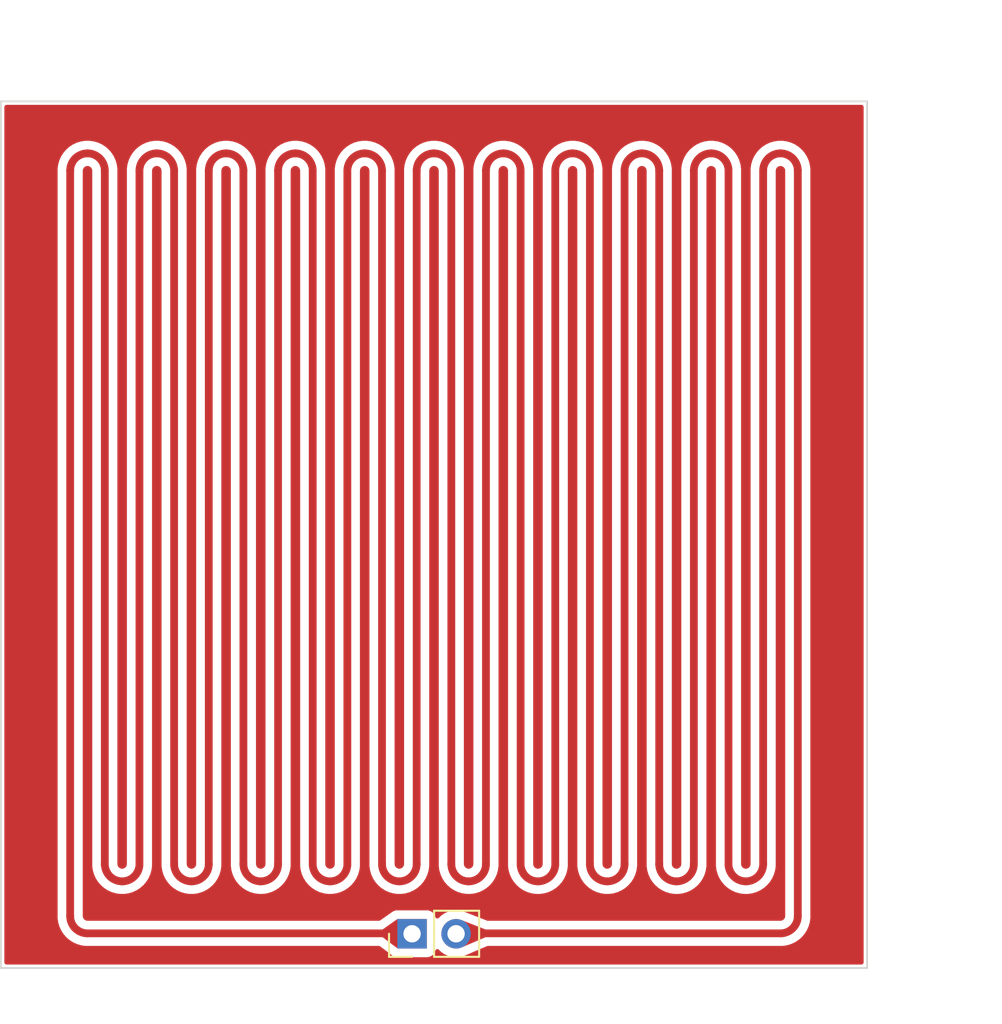
<source format=kicad_pcb>
(kicad_pcb (version 20221018) (generator pcbnew)
  (title_block (title "Reflow Hot-Plate Heatbed 50x50 mm") (date "2023-03-19") (rev "1.0.0") (company "I. Kajdan"))
  (layers (0 "F.Cu" signal) (31 "B.Cu" signal) (37 "F.SilkS" user "F.Silkscreen") (44 "Edge.Cuts" user))
  (net 0 "")
  (net 1 "Net-(J1-Pin_1)")
  (footprint "Connector_PinHeader_2.54mm:PinHeader_1x02_P2.54mm_Vertical" (layer "F.Cu") (at 144.735 127.025 90)
    (fp_text reference "J1" hide)
    (fp_text value "PWR")
    (fp_line (start -1.33 -1.33) (end 0 -1.33) (stroke (width 0.12)) (layer "F.SilkS"))
    (fp_line (start -1.33 0) (end -1.33 -1.33) (stroke (width 0.12)) (layer "F.SilkS"))
    (fp_line (start -1.33 1.27) (end -1.33 3.87) (stroke (width 0.12)) (layer "F.SilkS"))
    (fp_line (start -1.33 1.27) (end 1.33 1.27) (stroke (width 0.12)) (layer "F.SilkS"))
    (fp_line (start -1.33 3.87) (end 1.33 3.87) (stroke (width 0.12)) (layer "F.SilkS"))
    (fp_line (start 1.33 1.27) (end 1.33 3.87) (stroke (width 0.12)) (layer "F.SilkS"))
    (pad "1" thru_hole rect (at 0 0 90) (size 1.7 1.7) (drill 1) (layers "*.Cu" "*.Mask") (net 1 "Net-(J1-Pin_1)"))
    (pad "2" thru_hole oval (at 0 2.54 90) (size 1.7 1.7) (drill 1) (layers "*.Cu" "*.Mask") (net 1 "Net-(J1-Pin_1)"))
  )
  (gr_line (start 171 129) (end 121 129) (stroke (width 0.1)) (layer "Edge.Cuts"))
  (gr_line (start 121 129) (end 121 79) (stroke (width 0.1)) (layer "Edge.Cuts"))
  (gr_line (start 121 79) (end 171 79) (stroke (width 0.1)) (layer "Edge.Cuts"))
  (gr_line (start 171 79) (end 171 129) (stroke (width 0.1)) (layer "Edge.Cuts"))
  (segment (start 141 83) (end 141 123) (width 0.449) (layer "F.Cu") (net 1))
  (segment (start 147.317677 127) (end 166 127) (width 0.449) (layer "F.Cu") (net 1))
  (segment (start 149 83) (end 149 123) (width 0.449) (layer "F.Cu") (net 1))
  (segment (start 157 83) (end 157 123) (width 0.449) (layer "F.Cu") (net 1))
  (segment (start 147 123) (end 147 83) (width 0.449) (layer "F.Cu") (net 1))
  (segment (start 127 123) (end 127 83) (width 0.449) (layer "F.Cu") (net 1))
  (segment (start 145 83) (end 145 123) (width 0.449) (layer "F.Cu") (net 1))
  (segment (start 137 83) (end 137 123) (width 0.449) (layer "F.Cu") (net 1))
  (segment (start 139 123) (end 139 83) (width 0.449) (layer "F.Cu") (net 1))
  (segment (start 153 83) (end 153 123) (width 0.449) (layer "F.Cu") (net 1))
  (segment (start 131 123) (end 131 83) (width 0.449) (layer "F.Cu") (net 1))
  (segment (start 155 123) (end 155 83) (width 0.449) (layer "F.Cu") (net 1))
  (segment (start 143 123) (end 143 83) (width 0.449) (layer "F.Cu") (net 1))
  (segment (start 144.735 127.025) (end 144.7225 127.0125) (width 0.449) (layer "F.Cu") (net 1))
  (segment (start 163 123) (end 163 83) (width 0.449) (layer "F.Cu") (net 1))
  (segment (start 147.275 127.025) (end 147.2875 127.0125) (width 0.449) (layer "F.Cu") (net 1))
  (segment (start 151 123) (end 151 83) (width 0.449) (layer "F.Cu") (net 1))
  (segment (start 161 83) (end 161 123) (width 0.449) (layer "F.Cu") (net 1))
  (segment (start 144.692322 127) (end 126 127) (width 0.449) (layer "F.Cu") (net 1))
  (segment (start 133 83) (end 133 123) (width 0.449) (layer "F.Cu") (net 1))
  (segment (start 165 83) (end 165 123) (width 0.449) (layer "F.Cu") (net 1))
  (segment (start 167 126) (end 167 83) (width 0.449) (layer "F.Cu") (net 1))
  (segment (start 125 83) (end 125 126) (width 0.449) (layer "F.Cu") (net 1))
  (segment (start 129 83) (end 129 123) (width 0.449) (layer "F.Cu") (net 1))
  (segment (start 135 123) (end 135 83) (width 0.449) (layer "F.Cu") (net 1))
  (segment (start 159 123) (end 159 83) (width 0.449) (layer "F.Cu") (net 1))
  (arc (start 137 123) (mid 136.707106 123.707106) (end 136 124) (width 0.449) (layer "F.Cu") (net 1))
  (arc (start 157 123) (mid 156.707106 123.707106) (end 156 124) (width 0.449) (layer "F.Cu") (net 1))
  (arc (start 136 124) (mid 135.292893 123.707106) (end 135 123) (width 0.449) (layer "F.Cu") (net 1))
  (arc (start 158 82) (mid 157.292893 82.292893) (end 157 83) (width 0.449) (layer "F.Cu") (net 1))
  (arc (start 145 123) (mid 144.707106 123.707106) (end 144 124) (width 0.449) (layer "F.Cu") (net 1))
  (arc (start 138 82) (mid 137.292893 82.292893) (end 137 83) (width 0.449) (layer "F.Cu") (net 1))
  (arc (start 129 123) (mid 128.707106 123.707106) (end 128 124) (width 0.449) (layer "F.Cu") (net 1))
  (arc (start 143 83) (mid 142.707106 82.292893) (end 142 82) (width 0.449) (layer "F.Cu") (net 1))
  (arc (start 131 83) (mid 130.707106 82.292893) (end 130 82) (width 0.449) (layer "F.Cu") (net 1))
  (arc (start 135 83) (mid 134.707106 82.292893) (end 134 82) (width 0.449) (layer "F.Cu") (net 1))
  (arc (start 149 123) (mid 148.707106 123.707106) (end 148 124) (width 0.449) (layer "F.Cu") (net 1))
  (arc (start 160 124) (mid 159.292893 123.707106) (end 159 123) (width 0.449) (layer "F.Cu") (net 1))
  (arc (start 144.7225 127.0125) (mid 144.708654 127.003246) (end 144.692322 127) (width 0.449) (layer "F.Cu") (net 1))
  (arc (start 166 82) (mid 165.292893 82.292893) (end 165 83) (width 0.449) (layer "F.Cu") (net 1))
  (arc (start 125 126) (mid 125.292893 126.707106) (end 126 127) (width 0.449) (layer "F.Cu") (net 1))
  (arc (start 159 83) (mid 158.707106 82.292893) (end 158 82) (width 0.449) (layer "F.Cu") (net 1))
  (arc (start 147 83) (mid 146.707106 82.292893) (end 146 82) (width 0.449) (layer "F.Cu") (net 1))
  (arc (start 152 124) (mid 151.292893 123.707106) (end 151 123) (width 0.449) (layer "F.Cu") (net 1))
  (arc (start 164 124) (mid 163.292893 123.707106) (end 163 123) (width 0.449) (layer "F.Cu") (net 1))
  (arc (start 128 124) (mid 127.292893 123.707106) (end 127 123) (width 0.449) (layer "F.Cu") (net 1))
  (arc (start 165 123) (mid 164.707106 123.707106) (end 164 124) (width 0.449) (layer "F.Cu") (net 1))
  (arc (start 162 82) (mid 161.292893 82.292893) (end 161 83) (width 0.449) (layer "F.Cu") (net 1))
  (arc (start 156 124) (mid 155.292893 123.707106) (end 155 123) (width 0.449) (layer "F.Cu") (net 1))
  (arc (start 161 123) (mid 160.707106 123.707106) (end 160 124) (width 0.449) (layer "F.Cu") (net 1))
  (arc (start 151 83) (mid 150.707106 82.292893) (end 150 82) (width 0.449) (layer "F.Cu") (net 1))
  (arc (start 126 82) (mid 125.292893 82.292893) (end 125 83) (width 0.449) (layer "F.Cu") (net 1))
  (arc (start 132 124) (mid 131.292893 123.707106) (end 131 123) (width 0.449) (layer "F.Cu") (net 1))
  (arc (start 153 123) (mid 152.707106 123.707106) (end 152 124) (width 0.449) (layer "F.Cu") (net 1))
  (arc (start 140 124) (mid 139.292893 123.707106) (end 139 123) (width 0.449) (layer "F.Cu") (net 1))
  (arc (start 155 83) (mid 154.707106 82.292893) (end 154 82) (width 0.449) (layer "F.Cu") (net 1))
  (arc (start 130 82) (mid 129.292893 82.292893) (end 129 83) (width 0.449) (layer "F.Cu") (net 1))
  (arc (start 134 82) (mid 133.292893 82.292893) (end 133 83) (width 0.449) (layer "F.Cu") (net 1))
  (arc (start 167 83) (mid 166.707106 82.292893) (end 166 82) (width 0.449) (layer "F.Cu") (net 1))
  (arc (start 150 82) (mid 149.292893 82.292893) (end 149 83) (width 0.449) (layer "F.Cu") (net 1))
  (arc (start 144 124) (mid 143.292893 123.707106) (end 143 123) (width 0.449) (layer "F.Cu") (net 1))
  (arc (start 148 124) (mid 147.292893 123.707106) (end 147 123) (width 0.449) (layer "F.Cu") (net 1))
  (arc (start 133 123) (mid 132.707106 123.707106) (end 132 124) (width 0.449) (layer "F.Cu") (net 1))
  (arc (start 147.2875 127.0125) (mid 147.301345 127.003246) (end 147.317677 127) (width 0.449) (layer "F.Cu") (net 1))
  (arc (start 163 83) (mid 162.707106 82.292893) (end 162 82) (width 0.449) (layer "F.Cu") (net 1))
  (arc (start 139 83) (mid 138.707106 82.292893) (end 138 82) (width 0.449) (layer "F.Cu") (net 1))
  (arc (start 146 82) (mid 145.292893 82.292893) (end 145 83) (width 0.449) (layer "F.Cu") (net 1))
  (arc (start 154 82) (mid 153.292893 82.292893) (end 153 83) (width 0.449) (layer "F.Cu") (net 1))
  (arc (start 141 123) (mid 140.707106 123.707106) (end 140 124) (width 0.449) (layer "F.Cu") (net 1))
  (arc (start 127 83) (mid 126.707106 82.292893) (end 126 82) (width 0.449) (layer "F.Cu") (net 1))
  (arc (start 166 127) (mid 166.707106 126.707106) (end 167 126) (width 0.449) (layer "F.Cu") (net 1))
  (arc (start 142 82) (mid 141.292893 82.292893) (end 141 83) (width 0.449) (layer "F.Cu") (net 1))
  (zone (net 0) (net_name "") (layer "F.Cu") (connect_pads (clearance 0.5)) (min_thickness 0.25) (fill yes (thermal_gap 0.5) (thermal_bridge_width 0.5) (island_removal_mode 1) (island_area_min 10))
    (polygon (pts (xy 121 79) (xy 171 79) (xy 171 129) (xy 121 129)))
  )
)
</source>
